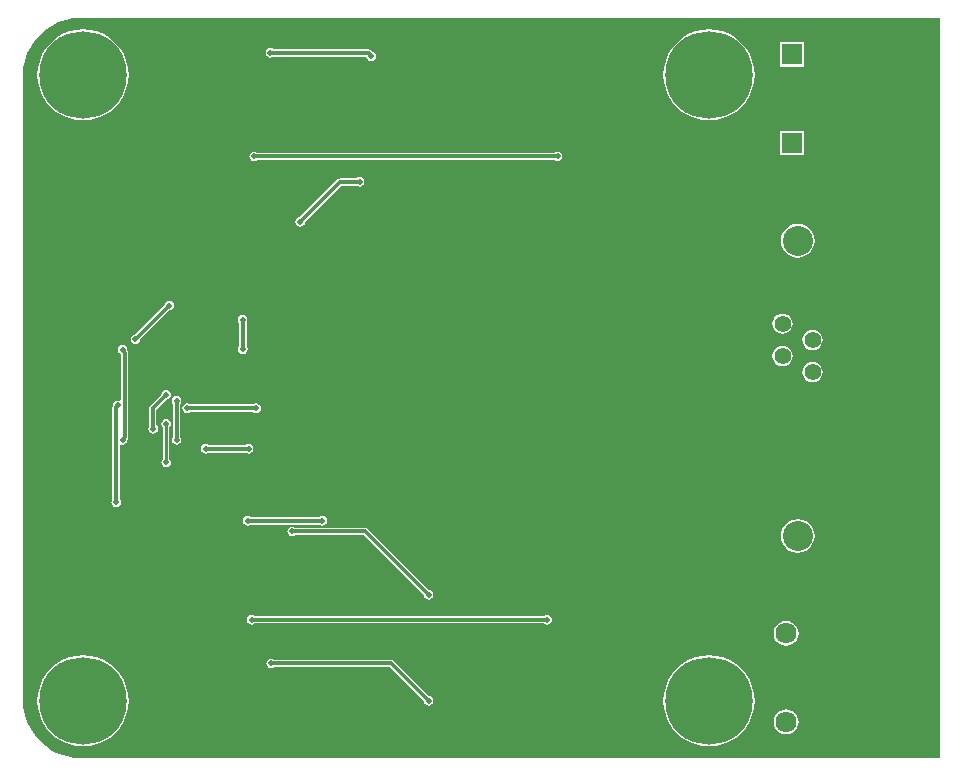
<source format=gbl>
G04*
G04 #@! TF.GenerationSoftware,Altium Limited,Altium Designer,20.0.11 (256)*
G04*
G04 Layer_Physical_Order=2*
G04 Layer_Color=16711680*
%FSLAX25Y25*%
%MOIN*%
G70*
G01*
G75*
%ADD14C,0.01000*%
%ADD42C,0.01200*%
%ADD43C,0.07047*%
%ADD44R,0.07047X0.07047*%
%ADD45C,0.05500*%
%ADD46C,0.10000*%
%ADD47C,0.29134*%
%ADD48C,0.01987*%
G36*
X285689Y-19239D02*
X161Y-19239D01*
X-331Y-19239D01*
X-339Y-19238D01*
X-828Y-19213D01*
X-2909Y-19077D01*
X-5436Y-18574D01*
X-7876Y-17746D01*
X-10186Y-16607D01*
X-12328Y-15175D01*
X-14265Y-13477D01*
X-15964Y-11540D01*
X-17395Y-9398D01*
X-18535Y-7087D01*
X-19363Y-4648D01*
X-19865Y-2121D01*
X-20002Y-40D01*
X-20026Y450D01*
X-20028Y458D01*
X-20028Y950D01*
X-20028Y208442D01*
X-20026Y208450D01*
X-20026D01*
X-20001Y208940D01*
X-19869Y210955D01*
X-19379Y213418D01*
X-18572Y215795D01*
X-17461Y218047D01*
X-16066Y220135D01*
X-14411Y222022D01*
X-12523Y223678D01*
X-10436Y225073D01*
X-8184Y226183D01*
X-5806Y226990D01*
X-3344Y227480D01*
X-1328Y227612D01*
X-839Y227638D01*
X-831Y227639D01*
X-339Y227639D01*
X285689Y227639D01*
X285689Y-19239D01*
D02*
G37*
%LPC*%
G36*
X62472Y217575D02*
X61851Y217451D01*
X61323Y217099D01*
X60971Y216572D01*
X60848Y215950D01*
X60971Y215328D01*
X61323Y214801D01*
X61851Y214449D01*
X62472Y214325D01*
X63094Y214449D01*
X63512Y214728D01*
X94424D01*
X94530Y214194D01*
X94882Y213667D01*
X95409Y213315D01*
X96031Y213191D01*
X96653Y213315D01*
X97180Y213667D01*
X97532Y214194D01*
X97656Y214816D01*
X97532Y215438D01*
X97180Y215965D01*
X96653Y216317D01*
X96490Y216350D01*
X96025Y216814D01*
X95629Y217079D01*
X95161Y217172D01*
X63512D01*
X63094Y217451D01*
X62472Y217575D01*
D02*
G37*
G36*
X240439Y219574D02*
X232191D01*
Y211326D01*
X240439D01*
Y219574D01*
D02*
G37*
G36*
X208661Y223875D02*
X206281Y223688D01*
X203960Y223131D01*
X201754Y222217D01*
X199719Y220970D01*
X197904Y219419D01*
X196353Y217604D01*
X195106Y215568D01*
X194192Y213363D01*
X193635Y211041D01*
X193448Y208661D01*
X193635Y206281D01*
X194192Y203960D01*
X195106Y201754D01*
X196353Y199719D01*
X197904Y197904D01*
X199719Y196353D01*
X201754Y195106D01*
X203960Y194192D01*
X206281Y193635D01*
X208661Y193448D01*
X211041Y193635D01*
X213363Y194192D01*
X215568Y195106D01*
X217604Y196353D01*
X219419Y197904D01*
X220970Y199719D01*
X222217Y201754D01*
X223131Y203960D01*
X223688Y206281D01*
X223875Y208661D01*
X223688Y211041D01*
X223131Y213363D01*
X222217Y215568D01*
X220970Y217604D01*
X219419Y219419D01*
X217604Y220970D01*
X215568Y222217D01*
X213363Y223131D01*
X211041Y223688D01*
X208661Y223875D01*
D02*
G37*
G36*
X0D02*
X-2380Y223688D01*
X-4701Y223131D01*
X-6907Y222217D01*
X-8942Y220970D01*
X-10758Y219419D01*
X-12308Y217604D01*
X-13556Y215568D01*
X-14469Y213363D01*
X-15026Y211041D01*
X-15214Y208661D01*
X-15026Y206281D01*
X-14469Y203960D01*
X-13556Y201754D01*
X-12308Y199719D01*
X-10758Y197904D01*
X-8942Y196353D01*
X-6907Y195106D01*
X-4701Y194192D01*
X-2380Y193635D01*
X0Y193448D01*
X2380Y193635D01*
X4701Y194192D01*
X6907Y195106D01*
X8942Y196353D01*
X10758Y197904D01*
X12308Y199719D01*
X13556Y201754D01*
X14469Y203960D01*
X15026Y206281D01*
X15214Y208661D01*
X15026Y211041D01*
X14469Y213363D01*
X13556Y215568D01*
X12308Y217604D01*
X10758Y219419D01*
X8942Y220970D01*
X6907Y222217D01*
X4701Y223131D01*
X2380Y223688D01*
X0Y223875D01*
D02*
G37*
G36*
X158161Y183051D02*
X157540Y182928D01*
X157122Y182648D01*
X58079D01*
X57661Y182928D01*
X57040Y183051D01*
X56418Y182928D01*
X55891Y182575D01*
X55538Y182048D01*
X55415Y181426D01*
X55538Y180805D01*
X55891Y180277D01*
X56418Y179925D01*
X57040Y179801D01*
X57661Y179925D01*
X58079Y180204D01*
X157122D01*
X157540Y179925D01*
X158161Y179801D01*
X158783Y179925D01*
X159310Y180277D01*
X159663Y180805D01*
X159786Y181426D01*
X159663Y182048D01*
X159310Y182575D01*
X158783Y182928D01*
X158161Y183051D01*
D02*
G37*
G36*
X240439Y190074D02*
X232191D01*
Y181826D01*
X240439D01*
Y190074D01*
D02*
G37*
G36*
X92161Y174575D02*
X91540Y174451D01*
X91122Y174172D01*
X85667D01*
X85200Y174079D01*
X84803Y173814D01*
X72227Y161238D01*
X71734Y161140D01*
X71207Y160788D01*
X70855Y160261D01*
X70731Y159639D01*
X70855Y159017D01*
X71207Y158490D01*
X71734Y158138D01*
X72356Y158014D01*
X72978Y158138D01*
X73505Y158490D01*
X73857Y159017D01*
X73956Y159510D01*
X86173Y171728D01*
X91122D01*
X91540Y171449D01*
X92161Y171325D01*
X92783Y171449D01*
X93310Y171801D01*
X93663Y172328D01*
X93786Y172950D01*
X93663Y173572D01*
X93310Y174099D01*
X92783Y174451D01*
X92161Y174575D01*
D02*
G37*
G36*
X238192Y158979D02*
X236730Y158787D01*
X235368Y158223D01*
X234198Y157325D01*
X233300Y156155D01*
X232736Y154793D01*
X232544Y153331D01*
X232736Y151869D01*
X233300Y150507D01*
X234198Y149337D01*
X235368Y148440D01*
X236730Y147875D01*
X238192Y147683D01*
X239654Y147875D01*
X241016Y148440D01*
X242186Y149337D01*
X243084Y150507D01*
X243648Y151869D01*
X243841Y153331D01*
X243648Y154793D01*
X243084Y156155D01*
X242186Y157325D01*
X241016Y158223D01*
X239654Y158787D01*
X238192Y158979D01*
D02*
G37*
G36*
X233161Y129085D02*
X232287Y128970D01*
X231472Y128632D01*
X230772Y128095D01*
X230235Y127395D01*
X229898Y126580D01*
X229783Y125706D01*
X229898Y124831D01*
X230235Y124016D01*
X230772Y123317D01*
X231472Y122780D01*
X232287Y122442D01*
X233161Y122327D01*
X234036Y122442D01*
X234851Y122780D01*
X235551Y123317D01*
X236088Y124016D01*
X236425Y124831D01*
X236540Y125706D01*
X236425Y126580D01*
X236088Y127395D01*
X235551Y128095D01*
X234851Y128632D01*
X234036Y128970D01*
X233161Y129085D01*
D02*
G37*
G36*
X28702Y133378D02*
X28080Y133254D01*
X27553Y132902D01*
X27201Y132375D01*
X27112Y131927D01*
X17377Y122192D01*
X16839Y122085D01*
X16312Y121733D01*
X15959Y121206D01*
X15836Y120584D01*
X15959Y119962D01*
X16312Y119435D01*
X16839Y119083D01*
X17461Y118959D01*
X18082Y119083D01*
X18610Y119435D01*
X18962Y119962D01*
X19051Y120410D01*
X28786Y130145D01*
X29324Y130252D01*
X29851Y130604D01*
X30203Y131131D01*
X30327Y131753D01*
X30203Y132375D01*
X29851Y132902D01*
X29324Y133254D01*
X28702Y133378D01*
D02*
G37*
G36*
X243161Y123691D02*
X242287Y123576D01*
X241472Y123238D01*
X240772Y122701D01*
X240235Y122002D01*
X239898Y121187D01*
X239783Y120312D01*
X239898Y119438D01*
X240235Y118623D01*
X240772Y117923D01*
X241472Y117386D01*
X242287Y117048D01*
X243161Y116933D01*
X244036Y117048D01*
X244851Y117386D01*
X245551Y117923D01*
X246088Y118623D01*
X246425Y119438D01*
X246540Y120312D01*
X246425Y121187D01*
X246088Y122002D01*
X245551Y122701D01*
X244851Y123238D01*
X244036Y123576D01*
X243161Y123691D01*
D02*
G37*
G36*
X53161Y128575D02*
X52540Y128451D01*
X52012Y128099D01*
X51660Y127572D01*
X51537Y126950D01*
X51660Y126328D01*
X52012Y125801D01*
X52090Y125749D01*
Y118261D01*
X51811Y117843D01*
X51687Y117221D01*
X51811Y116599D01*
X52163Y116072D01*
X52690Y115720D01*
X53312Y115596D01*
X53934Y115720D01*
X54461Y116072D01*
X54813Y116599D01*
X54937Y117221D01*
X54813Y117843D01*
X54534Y118261D01*
Y126136D01*
X54663Y126328D01*
X54786Y126950D01*
X54663Y127572D01*
X54310Y128099D01*
X53783Y128451D01*
X53161Y128575D01*
D02*
G37*
G36*
X233161Y118297D02*
X232287Y118182D01*
X231472Y117845D01*
X230772Y117308D01*
X230235Y116608D01*
X229898Y115793D01*
X229783Y114918D01*
X229898Y114044D01*
X230235Y113229D01*
X230772Y112529D01*
X231472Y111992D01*
X232287Y111655D01*
X233161Y111540D01*
X234036Y111655D01*
X234851Y111992D01*
X235551Y112529D01*
X236088Y113229D01*
X236425Y114044D01*
X236540Y114918D01*
X236425Y115793D01*
X236088Y116608D01*
X235551Y117308D01*
X234851Y117845D01*
X234036Y118182D01*
X233161Y118297D01*
D02*
G37*
G36*
X243161Y112904D02*
X242287Y112789D01*
X241472Y112451D01*
X240772Y111914D01*
X240235Y111214D01*
X239898Y110399D01*
X239783Y109525D01*
X239898Y108650D01*
X240235Y107835D01*
X240772Y107135D01*
X241472Y106599D01*
X242287Y106261D01*
X243161Y106146D01*
X244036Y106261D01*
X244851Y106599D01*
X245551Y107135D01*
X246088Y107835D01*
X246425Y108650D01*
X246540Y109525D01*
X246425Y110399D01*
X246088Y111214D01*
X245551Y111914D01*
X244851Y112451D01*
X244036Y112789D01*
X243161Y112904D01*
D02*
G37*
G36*
X13161Y118575D02*
X12540Y118451D01*
X12012Y118099D01*
X11660Y117572D01*
X11536Y116950D01*
X11660Y116328D01*
X12012Y115801D01*
X12540Y115449D01*
X12641Y115428D01*
Y100233D01*
X12141Y99969D01*
X11610Y100075D01*
X10988Y99951D01*
X10461Y99599D01*
X10109Y99072D01*
X9998Y98513D01*
X9839Y98275D01*
X9746Y97808D01*
Y67030D01*
X9544Y66727D01*
X9420Y66106D01*
X9544Y65484D01*
X9896Y64957D01*
X10423Y64604D01*
X11045Y64481D01*
X11666Y64604D01*
X12194Y64957D01*
X12546Y65484D01*
X12670Y66106D01*
X12546Y66727D01*
X12194Y67255D01*
X12190Y67257D01*
Y85127D01*
X12690Y85419D01*
X13161Y85325D01*
X13783Y85449D01*
X14310Y85801D01*
X14663Y86328D01*
X14786Y86950D01*
X14765Y87057D01*
X14992Y87397D01*
X15085Y87865D01*
Y116035D01*
X14992Y116503D01*
X14765Y116843D01*
X14786Y116950D01*
X14663Y117572D01*
X14310Y118099D01*
X13783Y118451D01*
X13161Y118575D01*
D02*
G37*
G36*
X57661Y99177D02*
X57040Y99054D01*
X56622Y98774D01*
X35701D01*
X35283Y99054D01*
X34661Y99177D01*
X34040Y99054D01*
X33512Y98701D01*
X33160Y98174D01*
X33037Y97552D01*
X33160Y96930D01*
X33512Y96403D01*
X34040Y96051D01*
X34661Y95927D01*
X35283Y96051D01*
X35701Y96330D01*
X56622D01*
X57040Y96051D01*
X57661Y95927D01*
X58283Y96051D01*
X58810Y96403D01*
X59163Y96930D01*
X59286Y97552D01*
X59163Y98174D01*
X58810Y98701D01*
X58283Y99054D01*
X57661Y99177D01*
D02*
G37*
G36*
X27661Y103575D02*
X27040Y103451D01*
X26512Y103099D01*
X26160Y102572D01*
X26062Y102079D01*
X22297Y98314D01*
X22032Y97918D01*
X21939Y97450D01*
Y91343D01*
X21926Y91324D01*
X21803Y90702D01*
X21926Y90080D01*
X22279Y89553D01*
X22806Y89201D01*
X23428Y89077D01*
X24049Y89201D01*
X24577Y89553D01*
X24929Y90080D01*
X25053Y90702D01*
X24929Y91324D01*
X24577Y91851D01*
X24383Y91980D01*
Y96944D01*
X27790Y100351D01*
X28283Y100449D01*
X28810Y100801D01*
X29163Y101328D01*
X29286Y101950D01*
X29163Y102572D01*
X28810Y103099D01*
X28283Y103451D01*
X27661Y103575D01*
D02*
G37*
G36*
X31161Y101575D02*
X30540Y101451D01*
X30012Y101099D01*
X29660Y100572D01*
X29537Y99950D01*
X29660Y99328D01*
X29939Y98910D01*
Y87990D01*
X29660Y87572D01*
X29537Y86950D01*
X29660Y86328D01*
X30012Y85801D01*
X30540Y85449D01*
X31161Y85325D01*
X31783Y85449D01*
X32310Y85801D01*
X32663Y86328D01*
X32786Y86950D01*
X32663Y87572D01*
X32383Y87990D01*
Y98910D01*
X32663Y99328D01*
X32786Y99950D01*
X32663Y100572D01*
X32310Y101099D01*
X31783Y101451D01*
X31161Y101575D01*
D02*
G37*
G36*
X55161Y85575D02*
X54540Y85451D01*
X54122Y85172D01*
X41947D01*
X41529Y85451D01*
X40907Y85575D01*
X40285Y85451D01*
X39758Y85099D01*
X39406Y84572D01*
X39282Y83950D01*
X39406Y83328D01*
X39758Y82801D01*
X40285Y82449D01*
X40907Y82325D01*
X41529Y82449D01*
X41947Y82728D01*
X54122D01*
X54540Y82449D01*
X55161Y82325D01*
X55783Y82449D01*
X56310Y82801D01*
X56663Y83328D01*
X56786Y83950D01*
X56663Y84572D01*
X56310Y85099D01*
X55783Y85451D01*
X55161Y85575D01*
D02*
G37*
G36*
X27661Y93881D02*
X27040Y93757D01*
X26512Y93405D01*
X26160Y92878D01*
X26037Y92256D01*
X26160Y91635D01*
X26512Y91107D01*
X26542Y91088D01*
Y80618D01*
X26512Y80599D01*
X26160Y80072D01*
X26037Y79450D01*
X26160Y78828D01*
X26512Y78301D01*
X27040Y77949D01*
X27661Y77825D01*
X28283Y77949D01*
X28810Y78301D01*
X29163Y78828D01*
X29286Y79450D01*
X29163Y80072D01*
X28810Y80599D01*
X28781Y80618D01*
Y91088D01*
X28810Y91107D01*
X29163Y91635D01*
X29286Y92256D01*
X29163Y92878D01*
X28810Y93405D01*
X28283Y93757D01*
X27661Y93881D01*
D02*
G37*
G36*
X79781Y61575D02*
X79159Y61451D01*
X78741Y61172D01*
X55957D01*
X55539Y61451D01*
X54917Y61575D01*
X54295Y61451D01*
X53768Y61099D01*
X53416Y60572D01*
X53292Y59950D01*
X53416Y59328D01*
X53768Y58801D01*
X54295Y58449D01*
X54917Y58325D01*
X55539Y58449D01*
X55957Y58728D01*
X78741D01*
X79159Y58449D01*
X79781Y58325D01*
X80403Y58449D01*
X80930Y58801D01*
X81282Y59328D01*
X81406Y59950D01*
X81282Y60572D01*
X80930Y61099D01*
X80403Y61451D01*
X79781Y61575D01*
D02*
G37*
G36*
X238192Y60579D02*
X236730Y60387D01*
X235368Y59823D01*
X234198Y58925D01*
X233300Y57755D01*
X232736Y56393D01*
X232544Y54931D01*
X232736Y53469D01*
X233300Y52107D01*
X234198Y50937D01*
X235368Y50039D01*
X236730Y49475D01*
X238192Y49283D01*
X239654Y49475D01*
X241016Y50039D01*
X242186Y50937D01*
X243084Y52107D01*
X243648Y53469D01*
X243841Y54931D01*
X243648Y56393D01*
X243084Y57755D01*
X242186Y58925D01*
X241016Y59823D01*
X239654Y60387D01*
X238192Y60579D01*
D02*
G37*
G36*
X69661Y58075D02*
X69040Y57951D01*
X68512Y57599D01*
X68160Y57072D01*
X68037Y56450D01*
X68160Y55828D01*
X68512Y55301D01*
X69040Y54949D01*
X69661Y54825D01*
X70283Y54949D01*
X70701Y55228D01*
X93547D01*
X113562Y35213D01*
X113660Y34720D01*
X114012Y34193D01*
X114540Y33841D01*
X115161Y33717D01*
X115783Y33841D01*
X116310Y34193D01*
X116663Y34720D01*
X116786Y35342D01*
X116663Y35963D01*
X116310Y36491D01*
X115783Y36843D01*
X115290Y36941D01*
X94917Y57314D01*
X94521Y57579D01*
X94053Y57672D01*
X70701D01*
X70283Y57951D01*
X69661Y58075D01*
D02*
G37*
G36*
X154661Y28638D02*
X154040Y28514D01*
X153622Y28235D01*
X57201D01*
X56783Y28514D01*
X56161Y28638D01*
X55540Y28514D01*
X55012Y28162D01*
X54660Y27635D01*
X54536Y27013D01*
X54660Y26391D01*
X55012Y25864D01*
X55540Y25511D01*
X56161Y25388D01*
X56783Y25511D01*
X57201Y25791D01*
X153622D01*
X154040Y25511D01*
X154661Y25388D01*
X155283Y25511D01*
X155810Y25864D01*
X156163Y26391D01*
X156286Y27013D01*
X156163Y27635D01*
X155810Y28162D01*
X155283Y28514D01*
X154661Y28638D01*
D02*
G37*
G36*
X234347Y26609D02*
X233270Y26467D01*
X232267Y26052D01*
X231405Y25391D01*
X230745Y24530D01*
X230329Y23527D01*
X230187Y22450D01*
X230329Y21373D01*
X230745Y20370D01*
X231405Y19509D01*
X232267Y18848D01*
X233270Y18432D01*
X234347Y18291D01*
X235423Y18432D01*
X236426Y18848D01*
X237287Y19509D01*
X237948Y20370D01*
X238364Y21373D01*
X238506Y22450D01*
X238364Y23527D01*
X237948Y24530D01*
X237287Y25391D01*
X236426Y26052D01*
X235423Y26467D01*
X234347Y26609D01*
D02*
G37*
G36*
X62661Y14075D02*
X62040Y13951D01*
X61512Y13599D01*
X61160Y13072D01*
X61036Y12450D01*
X61160Y11828D01*
X61512Y11301D01*
X62040Y10949D01*
X62661Y10825D01*
X63283Y10949D01*
X63701Y11228D01*
X102155D01*
X113562Y-179D01*
X113660Y-672D01*
X114012Y-1199D01*
X114540Y-1551D01*
X115161Y-1675D01*
X115783Y-1551D01*
X116310Y-1199D01*
X116663Y-672D01*
X116786Y-50D01*
X116663Y572D01*
X116310Y1099D01*
X115783Y1451D01*
X115290Y1549D01*
X103525Y13314D01*
X103129Y13579D01*
X102661Y13672D01*
X63701D01*
X63283Y13951D01*
X62661Y14075D01*
D02*
G37*
G36*
X234347Y-2891D02*
X233270Y-3032D01*
X232267Y-3448D01*
X231405Y-4109D01*
X230745Y-4970D01*
X230329Y-5974D01*
X230187Y-7050D01*
X230329Y-8127D01*
X230745Y-9130D01*
X231405Y-9991D01*
X232267Y-10652D01*
X233270Y-11067D01*
X234347Y-11209D01*
X235423Y-11067D01*
X236426Y-10652D01*
X237287Y-9991D01*
X237948Y-9130D01*
X238364Y-8127D01*
X238506Y-7050D01*
X238364Y-5974D01*
X237948Y-4970D01*
X237287Y-4109D01*
X236426Y-3448D01*
X235423Y-3032D01*
X234347Y-2891D01*
D02*
G37*
G36*
X208661Y15214D02*
X206281Y15026D01*
X203960Y14469D01*
X201754Y13556D01*
X199719Y12308D01*
X197904Y10758D01*
X196353Y8942D01*
X195106Y6907D01*
X194192Y4701D01*
X193635Y2380D01*
X193448Y0D01*
X193635Y-2380D01*
X194192Y-4701D01*
X195106Y-6907D01*
X196353Y-8942D01*
X197904Y-10758D01*
X199719Y-12308D01*
X201754Y-13556D01*
X203960Y-14469D01*
X206281Y-15026D01*
X208661Y-15214D01*
X211041Y-15026D01*
X213363Y-14469D01*
X215568Y-13556D01*
X217604Y-12308D01*
X219419Y-10758D01*
X220970Y-8942D01*
X222217Y-6907D01*
X223131Y-4701D01*
X223688Y-2380D01*
X223875Y0D01*
X223688Y2380D01*
X223131Y4701D01*
X222217Y6907D01*
X220970Y8942D01*
X219419Y10758D01*
X217604Y12308D01*
X215568Y13556D01*
X213363Y14469D01*
X211041Y15026D01*
X208661Y15214D01*
D02*
G37*
G36*
X0D02*
X-2380Y15026D01*
X-4701Y14469D01*
X-6907Y13556D01*
X-8942Y12308D01*
X-10758Y10758D01*
X-12308Y8942D01*
X-13556Y6907D01*
X-14469Y4701D01*
X-15026Y2380D01*
X-15214Y0D01*
X-15026Y-2380D01*
X-14469Y-4701D01*
X-13556Y-6907D01*
X-12308Y-8942D01*
X-10758Y-10758D01*
X-8942Y-12308D01*
X-6907Y-13556D01*
X-4701Y-14469D01*
X-2380Y-15026D01*
X0Y-15214D01*
X2380Y-15026D01*
X4701Y-14469D01*
X6907Y-13556D01*
X8942Y-12308D01*
X10758Y-10758D01*
X12308Y-8942D01*
X13556Y-6907D01*
X14469Y-4701D01*
X15026Y-2380D01*
X15214Y0D01*
X15026Y2380D01*
X14469Y4701D01*
X13556Y6907D01*
X12308Y8942D01*
X10758Y10758D01*
X8942Y12308D01*
X6907Y13556D01*
X4701Y14469D01*
X2380Y15026D01*
X0Y15214D01*
D02*
G37*
%LPD*%
D14*
X27661Y79450D02*
Y92256D01*
D42*
X10968Y66183D02*
X11045Y66106D01*
X40907Y83950D02*
X55161D01*
X56161Y27013D02*
X154661D01*
X28666Y131753D02*
X28702D01*
X17497Y120584D02*
X28666Y131753D01*
X17461Y120584D02*
X17497D01*
X72356Y159639D02*
X85667Y172950D01*
X92161D01*
X53161Y126950D02*
X53312Y126799D01*
Y117221D02*
Y126799D01*
X96031Y214816D02*
Y214820D01*
X96161Y214950D01*
X62472Y215950D02*
X95161D01*
X96161Y214950D01*
X54917Y59950D02*
X79781D01*
X94053Y56450D02*
X115161Y35342D01*
X69661Y56450D02*
X94053D01*
X10968Y66183D02*
Y97808D01*
X102661Y12450D02*
X115161Y-50D01*
X62661Y12450D02*
X102661D01*
X57040Y181426D02*
X158161D01*
X10968Y97808D02*
X11610Y98450D01*
X13161Y116737D02*
Y116950D01*
Y116737D02*
X13863Y116035D01*
Y87865D02*
Y116035D01*
X13161Y87163D02*
X13863Y87865D01*
X13161Y86950D02*
Y87163D01*
X23161Y90968D02*
X23428Y90702D01*
X23161Y97450D02*
X27661Y101950D01*
X23161Y90968D02*
Y97450D01*
X31161Y86950D02*
Y99950D01*
X34661Y97552D02*
X57661D01*
D43*
X234347Y-7050D02*
D03*
Y22450D02*
D03*
X236315Y175950D02*
D03*
Y205450D02*
D03*
D44*
X234347Y2950D02*
D03*
Y32450D02*
D03*
X236315Y185950D02*
D03*
Y215450D02*
D03*
D45*
X233161Y82556D02*
D03*
X243161Y87950D02*
D03*
X233161Y93344D02*
D03*
X243161Y98737D02*
D03*
X233161Y104131D02*
D03*
X243161Y109525D02*
D03*
X233161Y114918D02*
D03*
X243161Y120312D02*
D03*
X233161Y125706D02*
D03*
D46*
X238192Y54931D02*
D03*
Y153331D02*
D03*
D47*
X0Y0D02*
D03*
X208661D02*
D03*
Y208661D02*
D03*
X0D02*
D03*
D48*
X264669Y157970D02*
D03*
X270575Y146159D02*
D03*
Y98914D02*
D03*
X264669Y87103D02*
D03*
X270575Y75292D02*
D03*
X264669Y63481D02*
D03*
X270575Y51670D02*
D03*
X252858Y157970D02*
D03*
X258764Y146159D02*
D03*
Y98914D02*
D03*
X252858Y87103D02*
D03*
X258764Y75292D02*
D03*
X252858Y63481D02*
D03*
X258764Y51670D02*
D03*
X246953Y146159D02*
D03*
Y75292D02*
D03*
X241047Y63481D02*
D03*
X246953Y51670D02*
D03*
X229236Y157970D02*
D03*
X235142Y146159D02*
D03*
Y98914D02*
D03*
X229236Y87103D02*
D03*
X235142Y75292D02*
D03*
X229236Y63481D02*
D03*
X217425Y157970D02*
D03*
X223331Y146159D02*
D03*
Y98914D02*
D03*
X217425Y87103D02*
D03*
X223331Y75292D02*
D03*
X217425Y63481D02*
D03*
X223331Y51670D02*
D03*
X211520Y98914D02*
D03*
Y75292D02*
D03*
X193803Y157970D02*
D03*
X199708Y146159D02*
D03*
X193803Y87103D02*
D03*
X199708Y75292D02*
D03*
X193803Y63481D02*
D03*
X199708Y51670D02*
D03*
X193803Y-7385D02*
D03*
X187898Y217025D02*
D03*
X181992Y205214D02*
D03*
Y157970D02*
D03*
X187898Y146159D02*
D03*
Y98914D02*
D03*
X181992Y87103D02*
D03*
X187898Y75292D02*
D03*
X181992Y63481D02*
D03*
X187898Y51670D02*
D03*
Y4426D02*
D03*
X181992Y-7385D02*
D03*
X176086Y217025D02*
D03*
X170181Y205214D02*
D03*
Y157970D02*
D03*
X176086Y146159D02*
D03*
X170181Y87103D02*
D03*
X176086Y75292D02*
D03*
X170181Y63481D02*
D03*
X176086Y51670D02*
D03*
Y4426D02*
D03*
X170181Y-7385D02*
D03*
X164276Y217025D02*
D03*
X158370Y205214D02*
D03*
X164276Y146159D02*
D03*
Y98914D02*
D03*
Y75292D02*
D03*
Y51670D02*
D03*
Y4426D02*
D03*
X158370Y-7385D02*
D03*
X152464Y217025D02*
D03*
X146559Y205214D02*
D03*
X152464Y4426D02*
D03*
X146559Y-7385D02*
D03*
X140653Y217025D02*
D03*
X134748Y205214D02*
D03*
X140653Y4426D02*
D03*
X134748Y-7385D02*
D03*
X128842Y217025D02*
D03*
X122937Y205214D02*
D03*
X128842Y4426D02*
D03*
X122937Y-7385D02*
D03*
X117031Y217025D02*
D03*
Y4426D02*
D03*
X111126Y-7385D02*
D03*
X105220Y217025D02*
D03*
X99315Y-7385D02*
D03*
X87504Y205214D02*
D03*
X93409Y4426D02*
D03*
X87504Y-7385D02*
D03*
X75693D02*
D03*
X11045Y66106D02*
D03*
X40907Y83950D02*
D03*
X56161Y27013D02*
D03*
X45661Y63950D02*
D03*
X69040Y102671D02*
D03*
X35661D02*
D03*
X17461Y83828D02*
D03*
X62472Y150450D02*
D03*
X40500D02*
D03*
X28702Y131753D02*
D03*
X57040Y181426D02*
D03*
X13312Y124450D02*
D03*
X8177Y112907D02*
D03*
X2961Y143311D02*
D03*
X92161Y172950D02*
D03*
X72356Y159639D02*
D03*
X53312Y117221D02*
D03*
X96031Y214816D02*
D03*
X62472Y215950D02*
D03*
X79781Y59950D02*
D03*
X54917D02*
D03*
X53161Y126950D02*
D03*
X69661Y56450D02*
D03*
X115161Y35342D02*
D03*
X62661Y12450D02*
D03*
X115161Y-50D02*
D03*
X158161Y181426D02*
D03*
X17461Y120584D02*
D03*
X11610Y98450D02*
D03*
X154661Y27013D02*
D03*
X13161Y86950D02*
D03*
X27661Y79450D02*
D03*
X23428Y90702D02*
D03*
X27661Y92256D02*
D03*
X31161Y99950D02*
D03*
X34661Y97552D02*
D03*
X27661Y101950D02*
D03*
X57661Y97552D02*
D03*
X55161Y83950D02*
D03*
X13161Y116950D02*
D03*
X31161Y86950D02*
D03*
M02*

</source>
